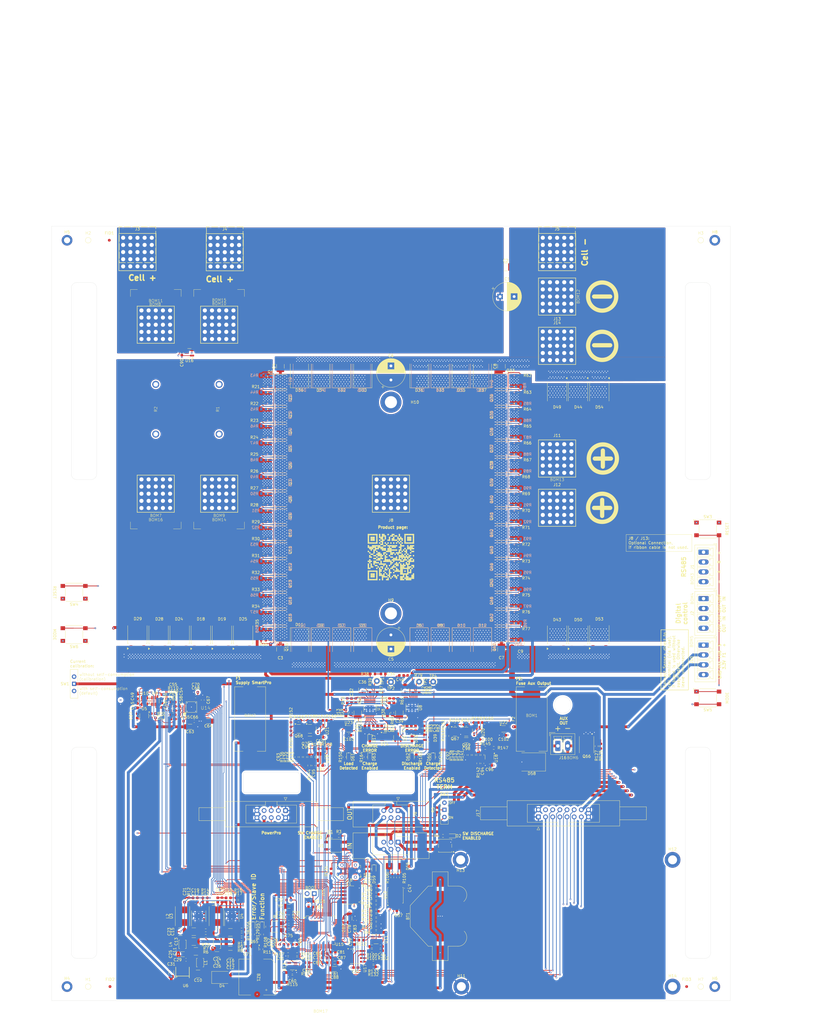
<source format=kicad_pcb>
(kicad_pcb
	(version 20241229)
	(generator "pcbnew")
	(generator_version "9.0")
	(general
		(thickness 1.74)
		(legacy_teardrops no)
	)
	(paper "A2" portrait)
	(layers
		(0 "F.Cu" signal)
		(4 "In1.Cu" signal)
		(6 "In2.Cu" signal)
		(8 "In3.Cu" signal)
		(10 "In4.Cu" signal)
		(2 "B.Cu" signal)
		(9 "F.Adhes" user "F.Adhesive")
		(11 "B.Adhes" user "B.Adhesive")
		(13 "F.Paste" user)
		(15 "B.Paste" user)
		(5 "F.SilkS" user "F.Silkscreen")
		(7 "B.SilkS" user "B.Silkscreen")
		(1 "F.Mask" user)
		(3 "B.Mask" user)
		(17 "Dwgs.User" user "User.Drawings")
		(19 "Cmts.User" user "User.Comments")
		(21 "Eco1.User" user "User.Eco1")
		(23 "Eco2.User" user "User.Eco2")
		(25 "Edge.Cuts" user)
		(27 "Margin" user)
		(31 "F.CrtYd" user "F.Courtyard")
		(29 "B.CrtYd" user "B.Courtyard")
		(35 "F.Fab" user)
		(33 "B.Fab" user)
		(39 "User.1" user)
		(41 "User.2" user "User.2 -Bemaßung")
		(43 "User.3" user "User.3 - Heatsink")
		(45 "User.4" user)
		(47 "User.5" user)
		(49 "User.6" user)
		(51 "User.7" user)
		(53 "User.8" user)
		(55 "User.9" user)
	)
	(setup
		(stackup
			(layer "F.SilkS"
				(type "Top Silk Screen")
			)
			(layer "F.Paste"
				(type "Top Solder Paste")
			)
			(layer "F.Mask"
				(type "Top Solder Mask")
				(color "Red")
				(thickness 0.01)
			)
			(layer "F.Cu"
				(type "copper")
				(thickness 0.07)
			)
			(layer "dielectric 1"
				(type "prepreg")
				(thickness 0.1)
				(material "FR4")
				(epsilon_r 4.5)
				(loss_tangent 0.02)
			)
			(layer "In1.Cu"
				(type "copper")
				(thickness 0.07)
			)
			(layer "dielectric 2"
				(type "core")
				(thickness 0.535)
				(material "FR4")
				(epsilon_r 4.5)
				(loss_tangent 0.02)
			)
			(layer "In2.Cu"
				(type "copper")
				(thickness 0.07)
			)
			(layer "dielectric 3"
				(type "prepreg")
				(thickness 0.1)
				(material "FR4")
				(epsilon_r 4.5)
				(loss_tangent 0.02)
			)
			(layer "In3.Cu"
				(type "copper")
				(thickness 0.035)
			)
			(layer "dielectric 4"
				(type "core")
				(thickness 0.535)
				(material "FR4")
				(epsilon_r 4.5)
				(loss_tangent 0.02)
			)
			(layer "In4.Cu"
				(type "copper")
				(thickness 0.035)
			)
			(layer "dielectric 5"
				(type "prepreg")
				(thickness 0.1)
				(material "FR4")
				(epsilon_r 4.5)
				(loss_tangent 0.02)
			)
			(layer "B.Cu"
				(type "copper")
				(thickness 0.07)
			)
			(layer "B.Mask"
				(type "Bottom Solder Mask")
				(color "Red")
				(thickness 0.01)
			)
			(layer "B.Paste"
				(type "Bottom Solder Paste")
			)
			(layer "B.SilkS"
				(type "Bottom Silk Screen")
			)
			(copper_finish "None")
			(dielectric_constraints no)
		)
		(pad_to_mask_clearance 0)
		(allow_soldermask_bridges_in_footprints no)
		(tenting front back)
		(aux_axis_origin 52.5 395)
		(grid_origin 173 120)
		(pcbplotparams
			(layerselection 0x00000000_00000000_55555555_5755f5ff)
			(plot_on_all_layers_selection 0x00000000_00000000_00000000_00000000)
			(disableapertmacros no)
			(usegerberextensions no)
			(usegerberattributes yes)
			(usegerberadvancedattributes yes)
			(creategerberjobfile yes)
			(dashed_line_dash_ratio 12.000000)
			(dashed_line_gap_ratio 3.000000)
			(svgprecision 4)
			(plotframeref no)
			(mode 1)
			(useauxorigin no)
			(hpglpennumber 1)
			(hpglpenspeed 20)
			(hpglpendiameter 15.000000)
			(pdf_front_fp_property_popups yes)
			(pdf_back_fp_property_popups yes)
			(pdf_metadata yes)
			(pdf_single_document no)
			(dxfpolygonmode yes)
			(dxfimperialunits yes)
			(dxfusepcbnewfont yes)
			(psnegative no)
			(psa4output no)
			(plot_black_and_white yes)
			(plotinvisibletext no)
			(sketchpadsonfab no)
			(plotpadnumbers no)
			(hidednponfab no)
			(sketchdnponfab yes)
			(crossoutdnponfab yes)
			(subtractmaskfromsilk no)
			(outputformat 1)
			(mirror no)
			(drillshape 1)
			(scaleselection 1)
			(outputdirectory "")
		)
	)
	(net 0 "")
	(net 1 "Net-(D1-K)")
	(net 2 "GND")
	(net 3 "Net-(D2-K)")
	(net 4 "VCC")
	(net 5 "Net-(D1-A)")
	(net 6 "BAT+CONTROLED")
	(net 7 "5V5")
	(net 8 "5V0")
	(net 9 "VREF")
	(net 10 "/greenMeter/ISENSE_FAST+")
	(net 11 "/greenMeter/ISENSE_PREZ+")
	(net 12 "/greenMeter/ISENSE_PREZ-")
	(net 13 "Net-(Q4-G)")
	(net 14 "/greenMeter/ISENSE_FAST-")
	(net 15 "Net-(Q5-G)")
	(net 16 "Net-(Q6-G)")
	(net 17 "Net-(Q7-G)")
	(net 18 "Net-(Q8-G)")
	(net 19 "/greenMeter/SPI1_MOSI")
	(net 20 "/greenMeter/ADC_START")
	(net 21 "/greenMeter/SPI1_MISO")
	(net 22 "/greenMeter/ADC_DRDY")
	(net 23 "/greenMeter/ADC_RESET")
	(net 24 "/greenMeter/ADC_CS")
	(net 25 "/greenMeter/SPI1_SCK")
	(net 26 "/OVP_IN")
	(net 27 "/chargeControl/SNS+")
	(net 28 "/chargeControl/SNS-")
	(net 29 "/LVP_IN")
	(net 30 "/OVP_OUT")
	(net 31 "/LVP_OUT")
	(net 32 "Net-(Q1-G)")
	(net 33 "Net-(Q2-G)")
	(net 34 "Net-(Q3-G)")
	(net 35 "/greenMeter/CHARGE_ENABLED")
	(net 36 "/greenMeter/DISCHARGE_ENABLED")
	(net 37 "/greenMeter/AUX_EN")
	(net 38 "/greenMeter/ISENSE+")
	(net 39 "/greenMeter/ISENSE-")
	(net 40 "/greenMeter/SWCLK")
	(net 41 "/switchControl/CHG_DETECTED")
	(net 42 "/switchControl/LOAD_DETECTED")
	(net 43 "/greenMeter/USENSE_SHUNT_BUF")
	(net 44 "/greenMeter/USENSE+_BUF")
	(net 45 "/greenMeter/SWDIO")
	(net 46 "/CHARGE_CONTROL")
	(net 47 "Net-(Q22-G)")
	(net 48 "Net-(Q13-G)")
	(net 49 "Net-(Q14-G)")
	(net 50 "Net-(Q15-G)")
	(net 51 "Net-(Q16-G)")
	(net 52 "/BUS_+5V")
	(net 53 "Net-(U4-BST)")
	(net 54 "Net-(U4-SW)")
	(net 55 "Net-(U4-FB)")
	(net 56 "Net-(U7-SNS-)")
	(net 57 "Net-(U7-TIMER)")
	(net 58 "Net-(U8-SNS-)")
	(net 59 "Net-(U8-TIMER)")
	(net 60 "/greenMeter/BTN_MODE")
	(net 61 "Net-(D2-A)")
	(net 62 "/BUS_GND")
	(net 63 "/BUS_B")
	(net 64 "/BUS_A")
	(net 65 "/chargeControl/vcc_int")
	(net 66 "/dischargeControl/vcc_int")
	(net 67 "Net-(Q9-G)")
	(net 68 "Net-(Q10-G)")
	(net 69 "Net-(Q11-G)")
	(net 70 "Net-(Q12-G)")
	(net 71 "Net-(U4-EN{slash}UVLO)")
	(net 72 "Net-(U4-RON)")
	(net 73 "Net-(U7-ISET)")
	(net 74 "Net-(U7-TGUP)")
	(net 75 "Net-(U7-VCCUV)")
	(net 76 "Net-(U8-ISET)")
	(net 77 "Net-(U8-TGUP)")
	(net 78 "Net-(U8-VCCUV)")
	(net 79 "Net-(C75-Pad2)")
	(net 80 "Net-(U7-IMON)")
	(net 81 "Net-(U8-IMON)")
	(net 82 "/LOAD_CONTROL")
	(net 83 "/chargeControl/SWITCH_OUT")
	(net 84 "/chargeControl/BST")
	(net 85 "/dischargeControl/BST")
	(net 86 "/U_SENSE+")
	(net 87 "/greenMeter/LVP_SENSE_DIV")
	(net 88 "/greenMeter/OVP_SENSE_DIV")
	(net 89 "/B+Terminal")
	(net 90 "Net-(BZ1--)")
	(net 91 "/greenMeter/Buzzer")
	(net 92 "/chargeControl/~{Fault}")
	(net 93 "/dischargeControl/~{Fault}")
	(net 94 "unconnected-(H5-Pad1)")
	(net 95 "unconnected-(H9-Pad1)")
	(net 96 "~{OC_FAULT}")
	(net 97 "/p_good")
	(net 98 "Net-(U7-VIN)")
	(net 99 "Net-(U8-VIN)")
	(net 100 "Net-(Q24-G)")
	(net 101 "Net-(Q25-G)")
	(net 102 "Net-(Q26-G)")
	(net 103 "Net-(Q27-G)")
	(net 104 "Net-(Q28-G)")
	(net 105 "Net-(Q29-G)")
	(net 106 "Net-(Q30-G)")
	(net 107 "Net-(Q31-G)")
	(net 108 "Net-(Q32-G)")
	(net 109 "Net-(Q33-G)")
	(net 110 "Net-(Q34-G)")
	(net 111 "Net-(Q35-G)")
	(net 112 "Net-(Q36-G)")
	(net 113 "Net-(Q37-G)")
	(net 114 "Net-(Q38-G)")
	(net 115 "Net-(Q39-G)")
	(net 116 "SWITCH_IN")
	(net 117 "Net-(Q40-G)")
	(net 118 "Net-(Q41-G)")
	(net 119 "Net-(Q42-G)")
	(net 120 "Net-(Q43-G)")
	(net 121 "Net-(Q44-G)")
	(net 122 "Net-(Q45-G)")
	(net 123 "Net-(Q46-G)")
	(net 124 "Net-(Q47-G)")
	(net 125 "Net-(Q48-G)")
	(net 126 "Net-(Q49-G)")
	(net 127 "Net-(Q50-G)")
	(net 128 "Net-(Q51-G)")
	(net 129 "Net-(Q52-G)")
	(net 130 "Net-(Q53-G)")
	(net 131 "Net-(Q54-G)")
	(net 132 "Net-(Q55-G)")
	(net 133 "Net-(Q56-G)")
	(net 134 "Net-(Q57-G)")
	(net 135 "Net-(Q58-G)")
	(net 136 "Net-(Q59-G)")
	(net 137 "Net-(Q60-G)")
	(net 138 "Net-(Q61-G)")
	(net 139 "Net-(Q62-G)")
	(net 140 "Net-(Q63-G)")
	(net 141 "Net-(Q64-G)")
	(net 142 "Net-(Q66-G)")
	(net 143 "/chargeControl/vg")
	(net 144 "/dischargeControl/vg")
	(net 145 "unconnected-(H10-Pad1)")
	(net 146 "/greenMeter/USENSE_SHUNT_BUF-")
	(net 147 "/greenMeter/USENSE-_BUF")
	(net 148 "Net-(BT1-+)")
	(net 149 "/greenMeter/R1")
	(net 150 "/greenMeter/R2")
	(net 151 "Net-(D4-K)")
	(net 152 "Net-(U3-VIN)")
	(net 153 "Net-(U3-BST)")
	(net 154 "Net-(U3-SW)")
	(net 155 "Net-(C19-Pad1)")
	(net 156 "Net-(U3-FB)")
	(net 157 "Net-(C20-Pad1)")
	(net 158 "Net-(C21-Pad2)")
	(net 159 "Net-(C22-Pad2)")
	(net 160 "Net-(U5-FILTER)")
	(net 161 "Net-(U6-SS)")
	(net 162 "Net-(C34-Pad1)")
	(net 163 "Net-(C40-Pad1)")
	(net 164 "Net-(U11-+IN)")
	(net 165 "Net-(U13-+IN)")
	(net 166 "Net-(U14-REFOUT)")
	(net 167 "Net-(U14-CAPN)")
	(net 168 "Net-(U14-CAPP)")
	(net 169 "Net-(U14-BYPASS)")
	(net 170 "Net-(U15-PF0)")
	(net 171 "Net-(U19-+)")
	(net 172 "Net-(U15-PC14)")
	(net 173 "Net-(U15-PC15)")
	(net 174 "Net-(U15-VDDA)")
	(net 175 "Net-(U15-PB1)")
	(net 176 "Net-(D58-A1)")
	(net 177 "Net-(U18-+)")
	(net 178 "Net-(U18--)")
	(net 179 "Net-(Q69-C)")
	(net 180 "Net-(Q70-C)")
	(net 181 "Net-(D13-K)")
	(net 182 "Net-(D38-K)")
	(net 183 "Net-(D56-A)")
	(net 184 "Net-(D57-A)")
	(net 185 "Net-(D63-A)")
	(net 186 "Net-(D59-A)")
	(net 187 "Net-(D60-A)")
	(net 188 "Net-(D61-A)")
	(net 189 "Net-(SW1-B)")
	(net 190 "Net-(J16-2)")
	(net 191 "unconnected-(H4-Pad1)")
	(net 192 "unconnected-(H6-Pad1)")
	(net 193 "unconnected-(H8-Pad1)")
	(net 194 "unconnected-(J9-Pin_7-Pad7)")
	(net 195 "Net-(J15-Pin_1)")
	(net 196 "Net-(Q17-G)")
	(net 197 "Net-(Q19-G)")
	(net 198 "Net-(Q20-G)")
	(net 199 "Net-(Q21-G)")
	(net 200 "Net-(Q23-G)")
	(net 201 "Net-(Q65-B)")
	(net 202 "Net-(Q67-C)")
	(net 203 "Net-(Q67-B)")
	(net 204 "Net-(Q68-B)")
	(net 205 "Net-(Q68-C)")
	(net 206 "Net-(SW2-B)")
	(net 207 "Net-(U3-EN{slash}UVLO)")
	(net 208 "Net-(U3-RON)")
	(net 209 "Net-(U12-A)")
	(net 210 "Net-(U12-B)")
	(net 211 "Net-(U15-PF1)")
	(net 212 "Net-(U15-PA4)")
	(net 213 "unconnected-(J18-RX2+-PadA11)")
	(net 214 "Net-(J18-VBUS-PadA4)")
	(net 215 "Net-(U19--)")
	(net 216 "Net-(U20--)")
	(net 217 "unconnected-(SW2-A-Pad3)")
	(net 218 "unconnected-(U14-NC-7-Pad25)")
	(net 219 "unconnected-(U14-NC-6-Pad24)")
	(net 220 "unconnected-(U14-NC-8-Pad26)")
	(net 221 "unconnected-(U14-NC-3-Pad21)")
	(net 222 "unconnected-(U14-NC-4-Pad22)")
	(net 223 "unconnected-(U14-NC-9-Pad27)")
	(net 224 "unconnected-(U14-NC-2-Pad20)")
	(net 225 "unconnected-(U14-NC-1-Pad19)")
	(net 226 "unconnected-(U14-NC-5-Pad23)")
	(net 227 "unconnected-(U15-PB0-Pad24)")
	(net 228 "unconnected-(J18-SBU1-PadA8)")
	(net 229 "Net-(U20-Pad1)")
	(net 230 "Net-(U15-PA5)")
	(net 231 "unconnected-(U15-PB2-Pad26)")
	(net 232 "COM")
	(net 233 "/greenMeter/RS485_R_USART2")
	(net 234 "/greenMeter/RS485_D_USART2")
	(net 235 "/greenMeter/RS485_R_USART1")
	(net 236 "/greenMeter/RS485_D_USART1")
	(net 237 "Net-(D62-A)")
	(net 238 "/greenMeter/D+")
	(net 239 "unconnected-(J18-TX2+-PadB2)")
	(net 240 "/greenMeter/D-")
	(net 241 "unconnected-(J18-TX2--PadB3)")
	(net 242 "unconnected-(J18-TX1+-PadA2)")
	(net 243 "unconnected-(J18-RX2--PadA10)")
	(net 244 "Net-(J18-CC1)")
	(net 245 "unconnected-(J18-SHIELD-PadS1)")
	(net 246 "unconnected-(J18-RX1+-PadB11)")
	(net 247 "unconnected-(J18-TX1--PadA3)")
	(net 248 "Net-(J18-CC2)")
	(net 249 "unconnected-(J18-SHIELD-PadS1)_1")
	(net 250 "unconnected-(J18-RX1--PadB10)")
	(net 251 "unconnected-(J18-SHIELD-PadS1)_2")
	(net 252 "unconnected-(J18-SHIELD-PadS1)_3")
	(net 253 "unconnected-(J18-SBU2-PadB8)")
	(net 254 "Net-(R145-Pad1)")
	(net 255 "Net-(R146-Pad1)")
	(net 256 "Net-(U21--)")
	(net 257 "/greenMeter/I2C4_SDA")
	(net 258 "/greenMeter/FDCAN3_RX")
	(net 259 "/greenMeter/I2C4_SCL")
	(net 260 "/greenMeter/FDCAN3_TX")
	(net 261 "/greenMeter/I2C3_SDA")
	(net 262 "/greenMeter/I2C3_SCL")
	(net 263 "/greenMeter/ADC3_IN5_RESERVED")
	(net 264 "/greenMeter/FDCAN2_TX")
	(net 265 "/greenMeter/FDCAN2_RX")
	(net 266 "PS_IN")
	(net 267 "Net-(U21-Pad1)")
	(net 268 "Net-(U13--IN)")
	(net 269 "Net-(U11--IN)")
	(net 270 "unconnected-(D14-NC-Pad2)")
	(net 271 "Net-(D17-K)")
	(net 272 "unconnected-(D39-NC-Pad2)")
	(net 273 "Net-(D42-K)")
	(net 274 "Net-(Q18-G)")
	(footprint "Connector_Pin:Pin_D1.0mm_L10.0mm" (layer "F.Cu") (at 168 281.5))
	(footprint "MountingHole:MountingHole_4.3mm_M4_DIN965_Pad" (layer "F.Cu") (at 173 257.5))
	(footprint "Diode_SMD:D_SMC" (layer "F.Cu") (at 205.5 172.5 90))
	(footprint "Resistor_SMD:R_0603_1608Metric" (layer "F.Cu") (at 195.75 297 180))
	(footprint "Capacitor_SMD:C_0603_1608Metric" (layer "F.Cu") (at 144.5 361.75 180))
	(footprint "Connector_PinHeader_1.27mm:PinHeader_2x05_P1.27mm_Vertical_SMD" (layer "F.Cu") (at 158 357.5 180))
	(footprint "Capacitor_SMD:C_1210_3225Metric" (layer "F.Cu") (at 162.875 284.625 -90))
	(footprint "Resistor_SMD:R_0603_1608Metric" (layer "F.Cu") (at 145.5 308.5 90))
	(footprint "Resistor_SMD:R_0603_1608Metric" (layer "F.Cu") (at 139.6625 380 180))
	(footprint "Resistor_SMD:R_0603_1608Metric" (layer "F.Cu") (at 133.5 374.25 90))
	(footprint "myQR:qr_SmartPro209" (layer "F.Cu") (at 173 237.5))
	(footprint "Resistor_SMD:R_0603_1608Metric" (layer "F.Cu") (at 127.75 213))
	(footprint "Resistor_SMD:R_0603_1608Metric"
		(layer "F.Cu")
		(uuid "0a4afc55-3fef-4d9a-af17-7e245f7706c4")
		(at 203.25 296.25)
		(descr "Resistor SMD 0603 (1608 Metric), square (rectangular) end terminal, IPC_7351 nominal, (Body size source: IPC-SM-782 page 72, https://www.pcb-3d.com/wordpress/wp-content/uploads/ipc-sm-782a_amendment_1_and_2.pdf), generated with kicad-footprint-generator")
		(tags "resistor")
		(property "Reference" "R159"
			(at 0.25 -1.43 0)
			(layer "F.SilkS")
			(uuid "57e3036e-3b94-4954-8e1f-5606fdda0288")
			(effects
				(font
					(size 1 1)
					(thickness 0.15)
				)
			)
		)
		(property "Value" "100k"
			(at 0 1.43 0)
			(layer "F.Fab")
			(uuid "33f82b60-524f-4448-9cb9-f5d1f918c1fb")
			(effects
				(font
					(size 1 1)
					(thickness 0.15)
				)
			)
		)
		(property "Datasheet" ""
			(at 0 0 0)
			(unlocked yes)
			(layer "F.Fab")
			(hide yes)
			(uuid "8423d31b-b713-
... [7006093 chars truncated]
</source>
